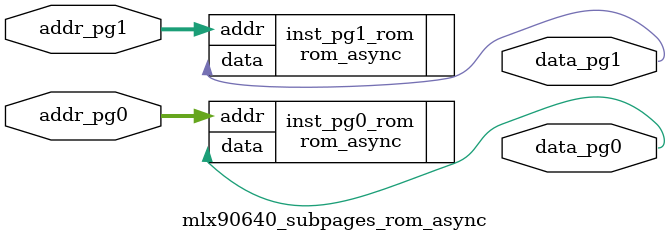
<source format=sv>

`default_nettype none
`timescale 1ns / 1ps

module mlx90640_subpages_rom_async #(
    parameter WIDTH=1,
    parameter DEPTH=32*24,
    parameter INIT_F_pg0="mlx_subpage0_chess_pattern.mem",
    parameter INIT_F_pg1="mlx_subpage1_chess_pattern.mem",
    localparam ADDRW=$clog2(DEPTH)
    ) (
    input wire logic [ADDRW-1:0] addr_pg0,
    output     logic [WIDTH-1:0] data_pg0,
    input wire logic [ADDRW-1:0] addr_pg1,
    output     logic [WIDTH-1:0] data_pg1
    );

    rom_async #(
        .WIDTH(WIDTH),
        .DEPTH(DEPTH),
        .INIT_F(INIT_F_pg0)
    ) inst_pg0_rom (
        .addr(addr_pg0),
        .data(data_pg0)
    );

    rom_async #(
        .WIDTH(WIDTH),
        .DEPTH(DEPTH),
        .INIT_F(INIT_F_pg1)
    ) inst_pg1_rom (
        .addr(addr_pg1),
        .data(data_pg1)
    );
endmodule

</source>
